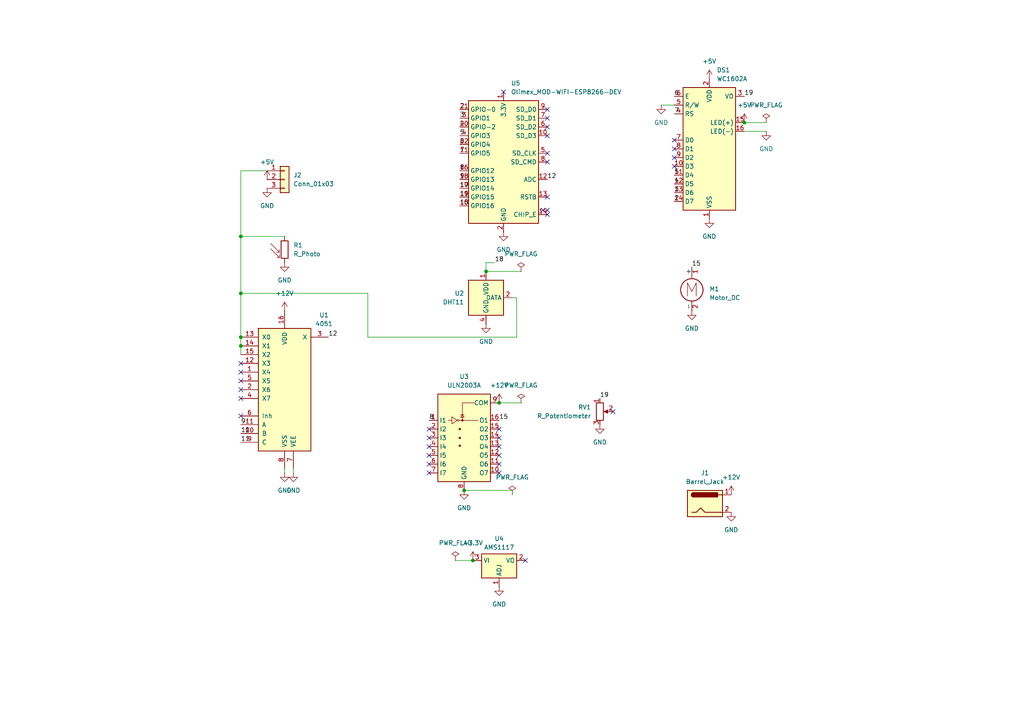
<source format=kicad_sch>
(kicad_sch (version 20250114) (generator "eeschema") (generator_version "9.0")
  (paper "A4")
  (lib_symbols
    (symbol "4xxx:4051" (pin_names (offset 1.016))
      (property "Reference" "U" (at -7.62 19.05 0))
      (property "Value" "4051" (at -7.62 -19.05 0))
      (symbol "4051_1_0"
        (pin passive line (at -12.7 15.24 0) (length 5.08) (name "X0") (number "13"))
        (pin passive line (at -12.7 12.7 0) (length 5.08) (name "X1") (number "14"))
        (pin passive line (at -12.7 10.16 0) (length 5.08) (name "X2") (number "15"))
        (pin passive line (at -12.7 7.62 0) (length 5.08) (name "X3") (number "12"))
        (pin passive line (at -12.7 5.08 0) (length 5.08) (name "X4") (number "1"))
        (pin passive line (at -12.7 2.54 0) (length 5.08) (name "X5") (number "5"))
        (pin passive line (at -12.7 0 0) (length 5.08) (name "X6") (number "2"))
        (pin passive line (at -12.7 -2.54 0) (length 5.08) (name "X7") (number "4"))
        (pin input line (at -12.7 -7.62 0) (length 5.08) (name "Inh") (number "6"))
        (pin input line (at -12.7 -10.16 0) (length 5.08) (name "A") (number "11"))
        (pin input line (at -12.7 -12.7 0) (length 5.08) (name "B") (number "10"))
        (pin input line (at -12.7 -15.24 0) (length 5.08) (name "C") (number "9"))
        (pin power_in line (at 0 22.86 270) (length 5.08) (name "VDD") (number "16"))
        (pin power_in line (at 0 -22.86 90) (length 5.08) (name "VSS") (number "8"))
        (pin power_in line (at 2.54 -22.86 90) (length 5.08) (name "VEE") (number "7"))
        (pin passive line (at 12.7 15.24 180) (length 5.08) (name "X") (number "3"))
      )
      (symbol "4051_1_1"
        (rectangle (start -7.62 17.78) (end 7.62 -17.78) (stroke (width 0.254)) (fill (type background)))
      )
    )
    (symbol "Connector:Barrel_Jack" (pin_names (offset 1.016))
      (property "Reference" "J" (at 0 5.334 0))
      (property "Value" "Barrel_Jack" (at 0 -5.08 0))
      (symbol "Barrel_Jack_0_1"
        (rectangle (start -5.08 3.81) (end 5.08 -3.81) (stroke (width 0.254)) (fill (type background)))
        (polyline (pts (xy -3.81 -2.54) (xy -2.54 -2.54) (xy -1.27 -1.27) (xy 0 -2.54) (xy 2.54 -2.54) (xy 5.08 -2.54)) (stroke (width 0.254)))
        (arc (start -3.302 1.905) (mid -3.9343 2.54) (end -3.302 3.175) (stroke (width 0.254)))
        (arc (start -3.302 1.905) (mid -3.9343 2.54) (end -3.302 3.175) (stroke (width 0.254)) (fill (type outline)))
        (rectangle (start 3.683 3.175) (end -3.302 1.905) (stroke (width 0.254)) (fill (type outline)))
        (polyline (pts (xy 5.08 2.54) (xy 3.81 2.54)) (stroke (width 0.254)))
      )
      (symbol "Barrel_Jack_1_1"
        (pin passive line (at 7.62 2.54 180) (length 2.54) (name "~") (number "1"))
        (pin passive line (at 7.62 -2.54 180) (length 2.54) (name "~") (number "2"))
      )
    )
    (symbol "Connector_Generic:Conn_01x03" (pin_names (offset 1.016) (hide yes))
      (property "Reference" "J" (at 0 5.08 0))
      (property "Value" "Conn_01x03" (at 0 -5.08 0))
      (symbol "Conn_01x03_1_1"
        (rectangle (start -1.27 3.81) (end 1.27 -3.81) (stroke (width 0.254)) (fill (type background)))
        (rectangle (start -1.27 2.667) (end 0 2.413) (stroke (width 0.1524)))
        (rectangle (start -1.27 0.127) (end 0 -0.127) (stroke (width 0.1524)))
        (rectangle (start -1.27 -2.413) (end 0 -2.667) (stroke (width 0.1524)))
        (pin passive line (at -5.08 2.54 0) (length 3.81) (name "Pin_1") (number "1"))
        (pin passive line (at -5.08 0 0) (length 3.81) (name "Pin_2") (number "2"))
        (pin passive line (at -5.08 -2.54 0) (length 3.81) (name "Pin_3") (number "3"))
      )
    )
    (symbol "Device:R_Photo" (pin_numbers (hide yes)) (pin_names (offset 0))
      (property "Reference" "R" (at 1.27 1.27 0))
      (property "Value" "R_Photo" (at 1.27 0 0))
      (symbol "R_Photo_0_1"
        (polyline (pts (xy -1.524 -0.762) (xy -4.064 1.778)))
        (polyline (pts (xy -1.524 -0.762) (xy -2.286 -0.762)))
        (polyline (pts (xy -1.524 -0.762) (xy -1.524 0)))
        (polyline (pts (xy -1.524 -2.286) (xy -4.064 0.254)))
        (polyline (pts (xy -1.524 -2.286) (xy -2.286 -2.286)))
        (polyline (pts (xy -1.524 -2.286) (xy -1.524 -1.524)))
        (rectangle (start -1.016 2.54) (end 1.016 -2.54) (stroke (width 0.254)))
      )
      (symbol "R_Photo_1_1"
        (pin passive line (at 0 3.81 270) (length 1.27) (name "~") (number "1"))
        (pin passive line (at 0 -3.81 90) (length 1.27) (name "~") (number "2"))
      )
    )
    (symbol "Device:R_Potentiometer" (pin_names (offset 1.016) (hide yes))
      (property "Reference" "RV" (at -4.445 0 90))
      (property "Value" "R_Potentiometer" (at -2.54 0 90))
      (symbol "R_Potentiometer_0_1"
        (rectangle (start 1.016 2.54) (end -1.016 -2.54) (stroke (width 0.254)))
        (polyline (pts (xy 1.143 0) (xy 2.286 0.508) (xy 2.286 -0.508) (xy 1.143 0)) (fill (type outline)))
        (polyline (pts (xy 2.54 0) (xy 1.524 0)))
      )
      (symbol "R_Potentiometer_1_1"
        (pin passive line (at 0 3.81 270) (length 1.27) (name "1") (number "1"))
        (pin passive line (at 0 -3.81 90) (length 1.27) (name "3") (number "3"))
        (pin passive line (at 3.81 0 180) (length 1.27) (name "2") (number "2"))
      )
    )
    (symbol "Display_Character:WC1602A"
      (property "Reference" "DS" (at -5.842 19.05 0))
      (property "Value" "WC1602A" (at 5.334 19.05 0))
      (symbol "WC1602A_1_1"
        (rectangle (start -7.62 17.78) (end 7.62 -17.78) (stroke (width 0.254)) (fill (type background)))
        (pin input line (at -10.16 15.24 0) (length 2.54) (name "E") (number "6"))
        (pin input line (at -10.16 12.7 0) (length 2.54) (name "R/W") (number "5"))
        (pin input line (at -10.16 10.16 0) (length 2.54) (name "RS") (number "4"))
        (pin input line (at -10.16 2.54 0) (length 2.54) (name "D0") (number "7"))
        (pin input line (at -10.16 0 0) (length 2.54) (name "D1") (number "8"))
        (pin input line (at -10.16 -2.54 0) (length 2.54) (name "D2") (number "9"))
        (pin input line (at -10.16 -5.08 0) (length 2.54) (name "D3") (number "10"))
        (pin input line (at -10.16 -7.62 0) (length 2.54) (name "D4") (number "11"))
        (pin input line (at -10.16 -10.16 0) (length 2.54) (name "D5") (number "12"))
        (pin input line (at -10.16 -12.7 0) (length 2.54) (name "D6") (number "13"))
        (pin input line (at -10.16 -15.24 0) (length 2.54) (name "D7") (number "14"))
        (pin power_in line (at 0 20.32 270) (length 2.54) (name "VDD") (number "2"))
        (pin power_in line (at 0 -20.32 90) (length 2.54) (name "VSS") (number "1"))
        (pin input line (at 10.16 15.24 180) (length 2.54) (name "VO") (number "3"))
        (pin power_in line (at 10.16 7.62 180) (length 2.54) (name "LED(+)") (number "15"))
        (pin power_in line (at 10.16 5.08 180) (length 2.54) (name "LED(-)") (number "16"))
      )
    )
    (symbol "MCU_Module:Olimex_MOD-WIFI-ESP8266-DEV"
      (property "Reference" "U" (at 1.27 21.59 0))
      (property "Value" "Olimex_MOD-WIFI-ESP8266-DEV" (at 1.27 19.05 0))
      (symbol "Olimex_MOD-WIFI-ESP8266-DEV_0_1"
        (rectangle (start -10.16 17.78) (end 10.16 -17.78) (stroke (width 0.254)) (fill (type background)))
      )
      (symbol "Olimex_MOD-WIFI-ESP8266-DEV_1_1"
        (pin bidirectional line (at -12.7 15.24 0) (length 2.54) (name "GPIO-0") (number "21"))
        (pin bidirectional line (at -12.7 12.7 0) (length 2.54) (name "GPIO1") (number "3"))
        (pin bidirectional line (at -12.7 10.16 0) (length 2.54) (name "GPIO-2") (number "20"))
        (pin bidirectional line (at -12.7 7.62 0) (length 2.54) (name "GPIO3") (number "4"))
        (pin bidirectional line (at -12.7 5.08 0) (length 2.54) (name "GPIO4") (number "22"))
        (pin bidirectional line (at -12.7 2.54 0) (length 2.54) (name "GPIO5") (number "11"))
        (pin bidirectional line (at -12.7 -2.54 0) (length 2.54) (name "GPIO12") (number "16"))
        (pin bidirectional line (at -12.7 -5.08 0) (length 2.54) (name "GPIO13") (number "18"))
        (pin bidirectional line (at -12.7 -7.62 0) (length 2.54) (name "GPIO14") (number "17"))
        (pin bidirectional line (at -12.7 -10.16 0) (length 2.54) (name "GPIO15") (number "19"))
        (pin bidirectional line (at -12.7 -12.7 0) (length 2.54) (name "GPIO16") (number "15"))
        (pin power_in line (at 0 20.32 270) (length 2.54) (name "3.3V") (number "1"))
        (pin power_in line (at 0 -20.32 90) (length 2.54) (name "GND") (number "2"))
        (pin unspecified line (at 12.7 15.24 180) (length 2.54) (name "SD_D0") (number "9"))
        (pin unspecified line (at 12.7 12.7 180) (length 2.54) (name "SD_D1") (number "7"))
        (pin unspecified line (at 12.7 10.16 180) (length 2.54) (name "SD_D2") (number "6"))
        (pin unspecified line (at 12.7 7.62 180) (length 2.54) (name "SD_D3") (number "10"))
        (pin unspecified line (at 12.7 2.54 180) (length 2.54) (name "SD_CLK") (number "5"))
        (pin unspecified line (at 12.7 0 180) (length 2.54) (name "SD_CMD") (number "8"))
        (pin unspecified line (at 12.7 -5.08 180) (length 2.54) (name "ADC") (number "12"))
        (pin input line (at 12.7 -10.16 180) (length 2.54) (name "RSTB") (number "13"))
        (pin unspecified line (at 12.7 -15.24 180) (length 2.54) (name "CHIP_E") (number "14"))
      )
    )
    (symbol "Motor:Motor_DC" (pin_names (offset 0))
      (property "Reference" "M" (at 2.54 2.54 0))
      (property "Value" "Motor_DC" (at 2.54 -5.08 0))
      (symbol "Motor_DC_0_0"
        (polyline (pts (xy -1.27 -3.302) (xy -1.27 0.508) (xy 0 -2.032) (xy 1.27 0.508) (xy 1.27 -3.302)))
      )
      (symbol "Motor_DC_0_1"
        (polyline (pts (xy 0 2.032) (xy 0 2.54)))
        (polyline (pts (xy 0 1.7272) (xy 0 2.0828)))
        (circle (center 0 -1.524) (radius 3.2512) (stroke (width 0.254)))
        (polyline (pts (xy 0 -4.7752) (xy 0 -5.1816)))
        (polyline (pts (xy 0 -7.62) (xy 0 -7.112)))
      )
      (symbol "Motor_DC_1_1"
        (pin passive line (at 0 5.08 270) (length 2.54) (name "+") (number "1"))
        (pin passive line (at 0 -7.62 90) (length 2.54) (name "-") (number "2"))
      )
    )
    (symbol "Regulator_Linear:AMS1117"
      (property "Reference" "U" (at -3.81 3.175 0))
      (property "Value" "AMS1117" (at 0 3.175 0))
      (symbol "AMS1117_0_1"
        (rectangle (start -5.08 -5.08) (end 5.08 1.905) (stroke (width 0.254)) (fill (type background)))
      )
      (symbol "AMS1117_1_1"
        (pin power_in line (at -7.62 0 0) (length 2.54) (name "VI") (number "3"))
        (pin input line (at 0 -7.62 90) (length 2.54) (name "ADJ") (number "1"))
        (pin power_out line (at 7.62 0 180) (length 2.54) (name "VO") (number "2"))
      )
    )
    (symbol "Sensor:DHT11"
      (property "Reference" "U" (at -3.81 6.35 0))
      (property "Value" "DHT11" (at 3.81 6.35 0))
      (symbol "DHT11_0_1"
        (rectangle (start -5.08 5.08) (end 5.08 -5.08) (stroke (width 0.254)) (fill (type background)))
      )
      (symbol "DHT11_1_1"
        (pin no_connect line (at -5.08 0 0) (length 2.54) (hide yes) (name "NC") (number "3"))
        (pin power_in line (at 0 7.62 270) (length 2.54) (name "VDD") (number "1"))
        (pin power_in line (at 0 -7.62 90) (length 2.54) (name "GND") (number "4"))
        (pin bidirectional line (at 7.62 0 180) (length 2.54) (name "DATA") (number "2"))
      )
    )
    (symbol "Transistor_Array:ULN2003A"
      (property "Reference" "U" (at 0 15.875 0))
      (property "Value" "ULN2003A" (at 0 13.97 0))
      (symbol "ULN2003A_0_1"
        (rectangle (start -7.62 -12.7) (end 7.62 12.7) (stroke (width 0.254)) (fill (type background)))
        (polyline (pts (xy -4.572 5.08) (xy -3.556 5.08)))
        (polyline (pts (xy -3.556 6.096) (xy -3.556 4.064) (xy -2.032 5.08) (xy -3.556 6.096)))
        (circle (center -1.778 5.08) (radius 0.254))
        (polyline (pts (xy -1.524 5.08) (xy 4.064 5.08)))
        (circle (center -1.27 2.54) (radius 0.254) (fill (type outline)))
        (circle (center -1.27 0) (radius 0.254) (fill (type outline)))
        (circle (center -1.27 -2.286) (radius 0.254) (fill (type outline)))
        (circle (center -0.508 5.08) (radius 0.254) (fill (type outline)))
        (polyline (pts (xy -0.508 5.08) (xy -0.508 10.16) (xy 2.921 10.16)))
        (polyline (pts (xy 0 6.731) (xy -1.016 6.731)))
        (polyline (pts (xy 0 5.969) (xy -1.016 5.969) (xy -0.508 6.731) (xy 0 5.969)))
      )
      (symbol "ULN2003A_1_1"
        (pin input line (at -10.16 5.08 0) (length 2.54) (name "I1") (number "1"))
        (pin input line (at -10.16 2.54 0) (length 2.54) (name "I2") (number "2"))
        (pin input line (at -10.16 0 0) (length 2.54) (name "I3") (number "3"))
        (pin input line (at -10.16 -2.54 0) (length 2.54) (name "I4") (number "4"))
        (pin input line (at -10.16 -5.08 0) (length 2.54) (name "I5") (number "5"))
        (pin input line (at -10.16 -7.62 0) (length 2.54) (name "I6") (number "6"))
        (pin input line (at -10.16 -10.16 0) (length 2.54) (name "I7") (number "7"))
        (pin power_in line (at 0 -15.24 90) (length 2.54) (name "GND") (number "8"))
        (pin passive line (at 10.16 10.16 180) (length 2.54) (name "COM") (number "9"))
        (pin open_collector line (at 10.16 5.08 180) (length 2.54) (name "O1") (number "16"))
        (pin open_collector line (at 10.16 2.54 180) (length 2.54) (name "O2") (number "15"))
        (pin open_collector line (at 10.16 0 180) (length 2.54) (name "O3") (number "14"))
        (pin open_collector line (at 10.16 -2.54 180) (length 2.54) (name "O4") (number "13"))
        (pin open_collector line (at 10.16 -5.08 180) (length 2.54) (name "O5") (number "12"))
        (pin open_collector line (at 10.16 -7.62 180) (length 2.54) (name "O6") (number "11"))
        (pin open_collector line (at 10.16 -10.16 180) (length 2.54) (name "O7") (number "10"))
      )
    )
    (symbol "power:+12V" (power) (pin_numbers (hide yes)) (pin_names (offset 0) (hide yes))
      (property "Value" "+12V" (at 0 3.556 0))
      (symbol "+12V_0_1"
        (polyline (pts (xy -0.762 1.27) (xy 0 2.54)))
        (polyline (pts (xy 0 2.54) (xy 0.762 1.27)))
        (polyline (pts (xy 0 0) (xy 0 2.54)))
      )
      (symbol "+12V_1_1"
        (pin power_in line (at 0 0 90) (length 0) (name "~") (number "1"))
      )
    )
    (symbol "power:+3.3V" (power) (pin_numbers (hide yes)) (pin_names (offset 0) (hide yes))
      (property "Value" "+3.3V" (at 0 3.556 0))
      (symbol "+3.3V_0_1"
        (polyline (pts (xy -0.762 1.27) (xy 0 2.54)))
        (polyline (pts (xy 0 2.54) (xy 0.762 1.27)))
        (polyline (pts (xy 0 0) (xy 0 2.54)))
      )
      (symbol "+3.3V_1_1"
        (pin power_in line (at 0 0 90) (length 0) (name "~") (number "1"))
      )
    )
    (symbol "power:+5V" (power) (pin_numbers (hide yes)) (pin_names (offset 0) (hide yes))
      (property "Value" "+5V" (at 0 3.556 0))
      (symbol "+5V_0_1"
        (polyline (pts (xy -0.762 1.27) (xy 0 2.54)))
        (polyline (pts (xy 0 2.54) (xy 0.762 1.27)))
        (polyline (pts (xy 0 0) (xy 0 2.54)))
      )
      (symbol "+5V_1_1"
        (pin power_in line (at 0 0 90) (length 0) (name "~") (number "1"))
      )
    )
    (symbol "power:GND" (power) (pin_numbers (hide yes)) (pin_names (offset 0) (hide yes))
      (property "Value" "GND" (at 0 -3.81 0))
      (symbol "GND_0_1"
        (polyline (pts (xy 0 0) (xy 0 -1.27) (xy 1.27 -1.27) (xy 0 -2.54) (xy -1.27 -1.27) (xy 0 -1.27)))
      )
      (symbol "GND_1_1"
        (pin power_in line (at 0 0 270) (length 0) (name "~") (number "1"))
      )
    )
    (symbol "power:PWR_FLAG" (power) (pin_numbers (hide yes)) (pin_names (offset 0) (hide yes))
      (property "Value" "PWR_FLAG" (at 0 3.81 0))
      (symbol "PWR_FLAG_0_0"
        (pin power_out line (at 0 0 90) (length 0) (name "~") (number "1"))
      )
      (symbol "PWR_FLAG_0_1"
        (polyline (pts (xy 0 0) (xy 0 1.27) (xy -1.016 1.905) (xy 0 2.54) (xy 1.016 1.905) (xy 0 1.27)))
      )
    )
  )
  (junction (at 69.85 97.79))
  (junction (at 69.85 68.58))
  (junction (at 140.97 78.74))
  (junction (at 144.78 116.84))
  (junction (at 69.85 100.33))
  (junction (at 137.16 162.56))
  (junction (at 215.9 35.56))
  (junction (at 69.85 85.09))
  (junction (at 134.62 142.24))
  (no_connect (at 158.75 57.15))
  (no_connect (at 69.85 110.49))
  (no_connect (at 177.8 119.38))
  (no_connect (at 146.05 26.67))
  (no_connect (at 69.85 120.65))
  (no_connect (at 69.85 107.95))
  (no_connect (at 195.58 45.72))
  (no_connect (at 144.78 132.08))
  (no_connect (at 124.46 137.16))
  (no_connect (at 158.75 39.37))
  (no_connect (at 158.75 44.45))
  (no_connect (at 144.78 134.62))
  (no_connect (at 158.75 34.29))
  (no_connect (at 144.78 124.46))
  (no_connect (at 144.78 129.54))
  (no_connect (at 69.85 115.57))
  (no_connect (at 69.85 113.03))
  (no_connect (at 124.46 124.46))
  (no_connect (at 124.46 127))
  (no_connect (at 195.58 43.18))
  (no_connect (at 157.48 60.96))
  (no_connect (at 69.85 105.41))
  (no_connect (at 158.75 60.96))
  (no_connect (at 124.46 134.62))
  (no_connect (at 158.75 46.99))
  (no_connect (at 152.4 162.56))
  (no_connect (at 124.46 132.08))
  (no_connect (at 158.75 36.83))
  (no_connect (at 158.75 62.23))
  (no_connect (at 195.58 48.26))
  (no_connect (at 195.58 40.64))
  (no_connect (at 124.46 129.54))
  (no_connect (at 144.78 127))
  (no_connect (at 158.75 31.75))
  (no_connect (at 144.78 137.16))
  (wire (pts (xy 82.55 135.89) (xy 82.55 137.16)))
  (wire (pts (xy 148.59 143.51) (xy 148.59 142.24)))
  (wire (pts (xy 132.08 162.56) (xy 137.16 162.56)))
  (wire (pts (xy 69.85 100.33) (xy 69.85 102.87)))
  (wire (pts (xy 149.86 86.36) (xy 149.86 97.79)))
  (wire (pts (xy 106.68 97.79) (xy 106.68 85.09)))
  (wire (pts (xy 85.09 135.89) (xy 85.09 137.16)))
  (wire (pts (xy 148.59 86.36) (xy 149.86 86.36)))
  (wire (pts (xy 69.85 68.58) (xy 82.55 68.58)))
  (wire (pts (xy 191.77 30.48) (xy 195.58 30.48)))
  (wire (pts (xy 69.85 85.09) (xy 69.85 97.79)))
  (wire (pts (xy 144.78 116.84) (xy 151.13 116.84)))
  (wire (pts (xy 106.68 85.09) (xy 69.85 85.09)))
  (wire (pts (xy 140.97 76.2) (xy 140.97 78.74)))
  (wire (pts (xy 140.97 78.74) (xy 151.13 78.74)))
  (wire (pts (xy 69.85 97.79) (xy 69.85 100.33)))
  (wire (pts (xy 69.85 68.58) (xy 69.85 85.09)))
  (wire (pts (xy 148.59 142.24) (xy 134.62 142.24)))
  (wire (pts (xy 77.47 49.53) (xy 69.85 49.53)))
  (wire (pts (xy 215.9 38.1) (xy 222.25 38.1)))
  (wire (pts (xy 215.9 35.56) (xy 222.25 35.56)))
  (wire (pts (xy 143.51 76.2) (xy 140.97 76.2)))
  (wire (pts (xy 149.86 97.79) (xy 106.68 97.79)))
  (wire (pts (xy 69.85 49.53) (xy 69.85 68.58)))
  (label "8" (at 133.35 49.53 0))
  (label "12" (at 95.25 97.79 0))
  (label "5" (at 195.58 50.8 0))
  (label "5" (at 133.35 39.37 0))
  (label "18" (at 133.35 59.69 0))
  (label "7" (at 133.35 44.45 0))
  (label "19" (at 173.99 115.57 0))
  (label "3" (at 195.58 55.88 0))
  (label "2" (at 133.35 31.75 0))
  (label "2" (at 195.58 58.42 0))
  (label "15" (at 144.78 121.92 0))
  (label "18" (at 143.51 76.2 0))
  (label "12" (at 158.75 52.07 0))
  (label "15" (at 200.66 77.47 0))
  (label "6" (at 133.35 41.91 0))
  (label "4" (at 195.58 53.34 0))
  (label "9" (at 69.85 123.19 0))
  (label "3" (at 133.35 34.29 0))
  (label "6" (at 195.58 27.94 0))
  (label "9" (at 133.35 52.07 0))
  (label "7" (at 195.58 33.02 0))
  (label "10" (at 69.85 125.73 0))
  (label "4" (at 133.35 36.83 0))
  (label "19" (at 215.9 27.94 0))
  (label "10" (at 133.35 54.61 0))
  (label "11" (at 69.85 128.27 0))
  (label "8" (at 124.46 121.92 0))
  (label "11" (at 133.35 57.15 0))
  (symbol (lib_id "4xxx:4051") (at 82.55 113.03 0) (unit 1)
    (property "Reference" "U1" (at 93.98 91.3698 0))
    (property "Value" "4051" (at 93.98 93.9098 0))
    (property "Datasheet" "http://www.intersil.com/content/dam/Intersil/documents/cd40/cd4051bms-52bms-53bms.pdf" (effects (hide yes)))
    (property "Description" "Analog Multiplexer 8 to 1 lins" (effects (hide yes)))
  )
  (symbol (lib_id "Display_Character:WC1602A") (at 205.74 43.18 0) (unit 1)
    (property "Reference" "DS1" (at 207.8833 20.32 0) (effects (justify left)))
    (property "Value" "WC1602A" (at 207.8833 22.86 0) (effects (justify left)))
    (property "Footprint" "Display:WC1602A" (effects (hide yes)))
    (property "Datasheet" "http://www.wincomlcd.com/pdf/WC1602A-SFYLYHTC06.pdf" (effects (hide yes)))
    (property "Description" "LCD 16x2 Alphanumeric , 8 bit parallel bus, 5V VDD" (effects (hide yes)))
  )
  (symbol (lib_id "power:GND") (at 82.55 76.2 0) (unit 1)
    (property "Reference" "#PWR022" (effects (hide yes)))
    (property "Value" "GND" (at 82.55 81.28 0))
    (property "Description" "Power symbol creates a global label with name \"GND\" , ground" (effects (hide yes)))
  )
  (symbol (lib_id "power:+12V") (at 82.55 90.17 0) (unit 1)
    (property "Reference" "#PWR021" (effects (hide yes)))
    (property "Value" "+12V" (at 82.55 85.09 0))
    (property "Description" "Power symbol creates a global label with name \"+12V\"" (effects (hide yes)))
  )
  (symbol (lib_id "power:PWR_FLAG") (at 151.13 78.74 0) (unit 1)
    (property "Reference" "#FLG01" (effects (hide yes)))
    (property "Value" "PWR_FLAG" (at 151.13 73.66 0))
    (property "Description" "Special symbol for telling ERC where power comes from" (effects (hide yes)))
  )
  (symbol (lib_id "power:+5V") (at 205.74 22.86 0) (unit 1)
    (property "Reference" "#PWR08" (effects (hide yes)))
    (property "Value" "+5V" (at 205.74 17.78 0))
    (property "Description" "Power symbol creates a global label with name \"+5V\"" (effects (hide yes)))
  )
  (symbol (lib_id "power:+3.3V") (at 137.16 162.56 0) (unit 1)
    (property "Reference" "#PWR011" (effects (hide yes)))
    (property "Value" "+3.3V" (at 137.16 157.48 0))
    (property "Description" "Power symbol creates a global label with name \"+3.3V\"" (effects (hide yes)))
  )
  (symbol (lib_id "power:GND") (at 134.62 142.24 0) (unit 1)
    (property "Reference" "#PWR03" (effects (hide yes)))
    (property "Value" "GND" (at 134.62 147.32 0))
    (property "Description" "Power symbol creates a global label with name \"GND\" , ground" (effects (hide yes)))
  )
  (symbol (lib_id "power:GND") (at 144.78 170.18 0) (unit 1)
    (property "Reference" "#PWR018" (effects (hide yes)))
    (property "Value" "GND" (at 144.78 175.26 0))
    (property "Description" "Power symbol creates a global label with name \"GND\" , ground" (effects (hide yes)))
  )
  (symbol (lib_id "power:GND") (at 205.74 63.5 0) (unit 1)
    (property "Reference" "#PWR06" (effects (hide yes)))
    (property "Value" "GND" (at 205.74 68.58 0))
    (property "Description" "Power symbol creates a global label with name \"GND\" , ground" (effects (hide yes)))
  )
  (symbol (lib_id "Connector:Barrel_Jack") (at 204.47 146.05 0) (unit 1)
    (property "Reference" "J1" (at 204.47 137.16 0))
    (property "Value" "Barrel_Jack" (at 204.47 139.7 0))
    (property "Description" "DC Barrel Jack" (effects (hide yes)))
  )
  (symbol (lib_id "power:+12V") (at 144.78 116.84 0) (unit 1)
    (property "Reference" "#PWR02" (effects (hide yes)))
    (property "Value" "+12V" (at 144.78 111.76 0))
    (property "Description" "Power symbol creates a global label with name \"+12V\"" (effects (hide yes)))
  )
  (symbol (lib_id "power:GND") (at 200.66 90.17 0) (unit 1)
    (property "Reference" "#PWR015" (effects (hide yes)))
    (property "Value" "GND" (at 200.66 95.25 0))
    (property "Description" "Power symbol creates a global label with name \"GND\" , ground" (effects (hide yes)))
  )
  (symbol (lib_id "power:PWR_FLAG") (at 148.59 143.51 0) (unit 1)
    (property "Reference" "#FLG03" (effects (hide yes)))
    (property "Value" "PWR_FLAG" (at 148.59 138.43 0))
    (property "Description" "Special symbol for telling ERC where power comes from" (effects (hide yes)))
  )
  (symbol (lib_id "power:GND") (at 82.55 137.16 0) (unit 1)
    (property "Reference" "#PWR016" (effects (hide yes)))
    (property "Value" "GND" (at 82.55 142.24 0))
    (property "Description" "Power symbol creates a global label with name \"GND\" , ground" (effects (hide yes)))
  )
  (symbol (lib_id "power:+5V") (at 215.9 35.56 0) (unit 1)
    (property "Reference" "#PWR07" (effects (hide yes)))
    (property "Value" "+5V" (at 215.9 30.48 0))
    (property "Description" "Power symbol creates a global label with name \"+5V\"" (effects (hide yes)))
  )
  (symbol (lib_id "power:GND") (at 173.99 123.19 0) (unit 1)
    (property "Reference" "#PWR019" (effects (hide yes)))
    (property "Value" "GND" (at 173.99 128.27 0))
    (property "Description" "Power symbol creates a global label with name \"GND\" , ground" (effects (hide yes)))
  )
  (symbol (lib_id "power:GND") (at 140.97 93.98 0) (unit 1)
    (property "Reference" "#PWR017" (effects (hide yes)))
    (property "Value" "GND" (at 140.97 99.06 0))
    (property "Description" "Power symbol creates a global label with name \"GND\" , ground" (effects (hide yes)))
  )
  (symbol (lib_id "Sensor:DHT11") (at 140.97 86.36 0) (unit 1)
    (property "Reference" "U2" (at 134.62 85.0899 0) (effects (justify right)))
    (property "Value" "DHT11" (at 134.62 87.6299 0) (effects (justify right)))
    (property "Footprint" "Sensor:Aosong_DHT11_5.5x12.0_P2.54mm" (effects (hide yes)))
    (property "Datasheet" "http://akizukidenshi.com/download/ds/aosong/DHT11.pdf" (effects (hide yes)))
    (property "Description" "3.3V to 5.5V, temperature and humidity module, DHT11" (effects (hide yes)))
  )
  (symbol (lib_id "Connector_Generic:Conn_01x03") (at 82.55 52.07 0) (unit 1)
    (property "Reference" "J2" (at 85.09 50.7999 0) (effects (justify left)))
    (property "Value" "Conn_01x03" (at 85.09 53.3399 0) (effects (justify left)))
    (property "Description" "Generic connector, single row, 01x03, script generated (kicad-library-utils/schlib/autogen/connector/)" (effects (hide yes)))
  )
  (symbol (lib_id "power:+5V") (at 77.47 52.07 0) (unit 1)
    (property "Reference" "#PWR012" (effects (hide yes)))
    (property "Value" "+5V" (at 77.47 46.99 0))
    (property "Description" "Power symbol creates a global label with name \"+5V\"" (effects (hide yes)))
  )
  (symbol (lib_id "power:GND") (at 85.09 137.16 0) (unit 1)
    (property "Reference" "#PWR014" (effects (hide yes)))
    (property "Value" "GND" (at 85.09 142.24 0))
    (property "Description" "Power symbol creates a global label with name \"GND\" , ground" (effects (hide yes)))
  )
  (symbol (lib_id "power:GND") (at 146.05 67.31 0) (unit 1)
    (property "Reference" "#PWR010" (effects (hide yes)))
    (property "Value" "GND" (at 146.05 72.39 0))
    (property "Description" "Power symbol creates a global label with name \"GND\" , ground" (effects (hide yes)))
  )
  (symbol (lib_id "Device:R_Photo") (at 82.55 72.39 0) (unit 1)
    (property "Reference" "R1" (at 85.09 71.1199 0) (effects (justify left)))
    (property "Value" "R_Photo" (at 85.09 73.6599 0) (effects (justify left)))
    (property "Description" "Photoresistor" (effects (hide yes)))
  )
  (symbol (lib_id "power:GND") (at 212.09 148.59 0) (unit 1)
    (property "Reference" "#PWR020" (effects (hide yes)))
    (property "Value" "GND" (at 212.09 153.67 0))
    (property "Description" "Power symbol creates a global label with name \"GND\" , ground" (effects (hide yes)))
  )
  (symbol (lib_id "power:GND") (at 77.47 54.61 0) (unit 1)
    (property "Reference" "#PWR013" (effects (hide yes)))
    (property "Value" "GND" (at 77.47 59.69 0))
    (property "Description" "Power symbol creates a global label with name \"GND\" , ground" (effects (hide yes)))
  )
  (symbol (lib_id "power:PWR_FLAG") (at 222.25 35.56 0) (unit 1)
    (property "Reference" "#FLG04" (effects (hide yes)))
    (property "Value" "PWR_FLAG" (at 222.25 30.48 0))
    (property "Description" "Special symbol for telling ERC where power comes from" (effects (hide yes)))
  )
  (symbol (lib_id "power:GND") (at 222.25 38.1 0) (unit 1)
    (property "Reference" "#PWR05" (effects (hide yes)))
    (property "Value" "GND" (at 222.25 43.18 0))
    (property "Description" "Power symbol creates a global label with name \"GND\" , ground" (effects (hide yes)))
  )
  (symbol (lib_id "Motor:Motor_DC") (at 200.66 82.55 0) (unit 1)
    (property "Reference" "M1" (at 205.74 83.8199 0) (effects (justify left)))
    (property "Value" "Motor_DC" (at 205.74 86.3599 0) (effects (justify left)))
    (property "Description" "DC Motor" (effects (hide yes)))
  )
  (symbol (lib_id "power:PWR_FLAG") (at 151.13 116.84 0) (unit 1)
    (property "Reference" "#FLG02" (effects (hide yes)))
    (property "Value" "PWR_FLAG" (at 151.13 111.76 0))
    (property "Description" "Special symbol for telling ERC where power comes from" (effects (hide yes)))
  )
  (symbol (lib_id "Device:R_Potentiometer") (at 173.99 119.38 0) (unit 1)
    (property "Reference" "RV1" (at 171.45 118.1099 0) (effects (justify right)))
    (property "Value" "R_Potentiometer" (at 171.45 120.6499 0) (effects (justify right)))
    (property "Description" "Potentiometer" (effects (hide yes)))
  )
  (symbol (lib_id "Regulator_Linear:AMS1117") (at 144.78 162.56 0) (unit 1)
    (property "Reference" "U4" (at 144.78 156.21 0))
    (property "Value" "AMS1117" (at 144.78 158.75 0))
    (property "Footprint" "Package_TO_SOT_SMD:SOT-223-3_TabPin2" (effects (hide yes)))
    (property "Datasheet" "http://www.advanced-monolithic.com/pdf/ds1117.pdf" (effects (hide yes)))
    (property "Description" "1A Low Dropout regulator, positive, adjustable output, SOT-223" (effects (hide yes)))
  )
  (symbol (lib_id "MCU_Module:Olimex_MOD-WIFI-ESP8266-DEV") (at 146.05 46.99 0) (unit 1)
    (property "Reference" "U5" (at 148.1933 24.13 0) (effects (justify left)))
    (property "Value" "Olimex_MOD-WIFI-ESP8266-DEV" (at 148.1933 26.67 0) (effects (justify left)))
    (property "Footprint" "Module:Olimex_MOD-WIFI-ESP8266-DEV" (effects (hide yes)))
    (property "Datasheet" "https://raw.githubusercontent.com/OLIMEX/ESP8266/master/HARDWARE/MOD-WIFI-ESP8266-DEV/MOD-WiFi-ESP8266-DEV%20revision%20B2/MOD-WiFi-ESP8266-DEV_Rev_B2.pdf" (effects (hide yes)))
    (property "Description" "ESP8266 development board" (effects (hide yes)))
  )
  (symbol (lib_id "Transistor_Array:ULN2003A") (at 134.62 127 0) (unit 1)
    (property "Reference" "U3" (at 134.62 109.22 0))
    (property "Value" "ULN2003A" (at 134.62 111.76 0))
    (property "Datasheet" "http://www.ti.com/lit/ds/symlink/uln2003a.pdf" (effects (hide yes)))
    (property "Description" "High Voltage, High Current Darlington Transistor Arrays, SOIC16/SOIC16W/DIP16/TSSOP16" (effects (hide yes)))
  )
  (symbol (lib_id "power:PWR_FLAG") (at 132.08 162.56 0) (unit 1)
    (property "Reference" "#FLG05" (effects (hide yes)))
    (property "Value" "PWR_FLAG" (at 132.08 157.48 0))
    (property "Description" "Special symbol for telling ERC where power comes from" (effects (hide yes)))
  )
  (symbol (lib_id "power:GND") (at 191.77 30.48 0) (unit 1)
    (property "Reference" "#PWR04" (effects (hide yes)))
    (property "Value" "GND" (at 191.77 35.56 0))
    (property "Description" "Power symbol creates a global label with name \"GND\" , ground" (effects (hide yes)))
  )
  (symbol (lib_id "power:+12V") (at 212.09 143.51 0) (unit 1)
    (property "Reference" "#PWR09" (effects (hide yes)))
    (property "Value" "+12V" (at 212.09 138.43 0))
    (property "Description" "Power symbol creates a global label with name \"+12V\"" (effects (hide yes)))
  )
)
</source>
